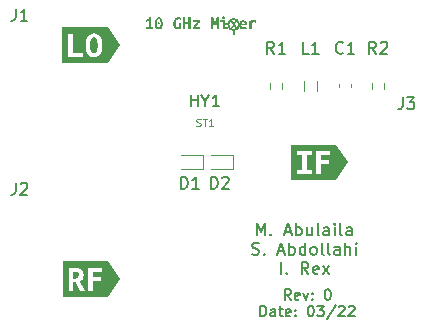
<source format=gbr>
%TF.GenerationSoftware,KiCad,Pcbnew,(6.0.4-0)*%
%TF.CreationDate,2022-03-26T13:16:04-05:00*%
%TF.ProjectId,EE515X_Project_No_Matching,45453531-3558-45f5-9072-6f6a6563745f,rev?*%
%TF.SameCoordinates,Original*%
%TF.FileFunction,Legend,Top*%
%TF.FilePolarity,Positive*%
%FSLAX46Y46*%
G04 Gerber Fmt 4.6, Leading zero omitted, Abs format (unit mm)*
G04 Created by KiCad (PCBNEW (6.0.4-0)) date 2022-03-26 13:16:04*
%MOMM*%
%LPD*%
G01*
G04 APERTURE LIST*
%ADD10C,0.150000*%
%ADD11C,0.203200*%
%ADD12C,0.095250*%
%ADD13C,0.120000*%
G04 APERTURE END LIST*
D10*
X98399600Y-93202373D02*
X98399600Y-93573600D01*
X98866573Y-92735400D02*
G75*
G03*
X98866573Y-92735400I-466973J0D01*
G01*
X97932627Y-92710000D02*
X97663000Y-92710000D01*
D11*
X100378380Y-110583859D02*
X100378380Y-109567859D01*
X100717047Y-110293573D01*
X101055714Y-109567859D01*
X101055714Y-110583859D01*
X101539523Y-110487097D02*
X101587904Y-110535478D01*
X101539523Y-110583859D01*
X101491142Y-110535478D01*
X101539523Y-110487097D01*
X101539523Y-110583859D01*
X102749047Y-110293573D02*
X103232857Y-110293573D01*
X102652285Y-110583859D02*
X102990952Y-109567859D01*
X103329619Y-110583859D01*
X103668285Y-110583859D02*
X103668285Y-109567859D01*
X103668285Y-109954906D02*
X103765047Y-109906525D01*
X103958571Y-109906525D01*
X104055333Y-109954906D01*
X104103714Y-110003287D01*
X104152095Y-110100049D01*
X104152095Y-110390335D01*
X104103714Y-110487097D01*
X104055333Y-110535478D01*
X103958571Y-110583859D01*
X103765047Y-110583859D01*
X103668285Y-110535478D01*
X105022952Y-109906525D02*
X105022952Y-110583859D01*
X104587523Y-109906525D02*
X104587523Y-110438716D01*
X104635904Y-110535478D01*
X104732666Y-110583859D01*
X104877809Y-110583859D01*
X104974571Y-110535478D01*
X105022952Y-110487097D01*
X105651904Y-110583859D02*
X105555142Y-110535478D01*
X105506761Y-110438716D01*
X105506761Y-109567859D01*
X106474380Y-110583859D02*
X106474380Y-110051668D01*
X106426000Y-109954906D01*
X106329238Y-109906525D01*
X106135714Y-109906525D01*
X106038952Y-109954906D01*
X106474380Y-110535478D02*
X106377619Y-110583859D01*
X106135714Y-110583859D01*
X106038952Y-110535478D01*
X105990571Y-110438716D01*
X105990571Y-110341954D01*
X106038952Y-110245192D01*
X106135714Y-110196811D01*
X106377619Y-110196811D01*
X106474380Y-110148430D01*
X106958190Y-110583859D02*
X106958190Y-109906525D01*
X106958190Y-109567859D02*
X106909809Y-109616240D01*
X106958190Y-109664620D01*
X107006571Y-109616240D01*
X106958190Y-109567859D01*
X106958190Y-109664620D01*
X107587142Y-110583859D02*
X107490380Y-110535478D01*
X107442000Y-110438716D01*
X107442000Y-109567859D01*
X108409619Y-110583859D02*
X108409619Y-110051668D01*
X108361238Y-109954906D01*
X108264476Y-109906525D01*
X108070952Y-109906525D01*
X107974190Y-109954906D01*
X108409619Y-110535478D02*
X108312857Y-110583859D01*
X108070952Y-110583859D01*
X107974190Y-110535478D01*
X107925809Y-110438716D01*
X107925809Y-110341954D01*
X107974190Y-110245192D01*
X108070952Y-110196811D01*
X108312857Y-110196811D01*
X108409619Y-110148430D01*
X99967142Y-112171238D02*
X100112285Y-112219619D01*
X100354190Y-112219619D01*
X100450952Y-112171238D01*
X100499333Y-112122857D01*
X100547714Y-112026095D01*
X100547714Y-111929333D01*
X100499333Y-111832571D01*
X100450952Y-111784190D01*
X100354190Y-111735809D01*
X100160666Y-111687428D01*
X100063904Y-111639047D01*
X100015523Y-111590666D01*
X99967142Y-111493904D01*
X99967142Y-111397142D01*
X100015523Y-111300380D01*
X100063904Y-111252000D01*
X100160666Y-111203619D01*
X100402571Y-111203619D01*
X100547714Y-111252000D01*
X100983142Y-112122857D02*
X101031523Y-112171238D01*
X100983142Y-112219619D01*
X100934761Y-112171238D01*
X100983142Y-112122857D01*
X100983142Y-112219619D01*
X102192666Y-111929333D02*
X102676476Y-111929333D01*
X102095904Y-112219619D02*
X102434571Y-111203619D01*
X102773238Y-112219619D01*
X103111904Y-112219619D02*
X103111904Y-111203619D01*
X103111904Y-111590666D02*
X103208666Y-111542285D01*
X103402190Y-111542285D01*
X103498952Y-111590666D01*
X103547333Y-111639047D01*
X103595714Y-111735809D01*
X103595714Y-112026095D01*
X103547333Y-112122857D01*
X103498952Y-112171238D01*
X103402190Y-112219619D01*
X103208666Y-112219619D01*
X103111904Y-112171238D01*
X104466571Y-112219619D02*
X104466571Y-111203619D01*
X104466571Y-112171238D02*
X104369809Y-112219619D01*
X104176285Y-112219619D01*
X104079523Y-112171238D01*
X104031142Y-112122857D01*
X103982761Y-112026095D01*
X103982761Y-111735809D01*
X104031142Y-111639047D01*
X104079523Y-111590666D01*
X104176285Y-111542285D01*
X104369809Y-111542285D01*
X104466571Y-111590666D01*
X105095523Y-112219619D02*
X104998761Y-112171238D01*
X104950380Y-112122857D01*
X104902000Y-112026095D01*
X104902000Y-111735809D01*
X104950380Y-111639047D01*
X104998761Y-111590666D01*
X105095523Y-111542285D01*
X105240666Y-111542285D01*
X105337428Y-111590666D01*
X105385809Y-111639047D01*
X105434190Y-111735809D01*
X105434190Y-112026095D01*
X105385809Y-112122857D01*
X105337428Y-112171238D01*
X105240666Y-112219619D01*
X105095523Y-112219619D01*
X106014761Y-112219619D02*
X105918000Y-112171238D01*
X105869619Y-112074476D01*
X105869619Y-111203619D01*
X106546952Y-112219619D02*
X106450190Y-112171238D01*
X106401809Y-112074476D01*
X106401809Y-111203619D01*
X107369428Y-112219619D02*
X107369428Y-111687428D01*
X107321047Y-111590666D01*
X107224285Y-111542285D01*
X107030761Y-111542285D01*
X106934000Y-111590666D01*
X107369428Y-112171238D02*
X107272666Y-112219619D01*
X107030761Y-112219619D01*
X106934000Y-112171238D01*
X106885619Y-112074476D01*
X106885619Y-111977714D01*
X106934000Y-111880952D01*
X107030761Y-111832571D01*
X107272666Y-111832571D01*
X107369428Y-111784190D01*
X107853238Y-112219619D02*
X107853238Y-111203619D01*
X108288666Y-112219619D02*
X108288666Y-111687428D01*
X108240285Y-111590666D01*
X108143523Y-111542285D01*
X107998380Y-111542285D01*
X107901619Y-111590666D01*
X107853238Y-111639047D01*
X108772476Y-112219619D02*
X108772476Y-111542285D01*
X108772476Y-111203619D02*
X108724095Y-111252000D01*
X108772476Y-111300380D01*
X108820857Y-111252000D01*
X108772476Y-111203619D01*
X108772476Y-111300380D01*
X102410380Y-113855379D02*
X102410380Y-112839379D01*
X102894190Y-113758617D02*
X102942571Y-113806998D01*
X102894190Y-113855379D01*
X102845809Y-113806998D01*
X102894190Y-113758617D01*
X102894190Y-113855379D01*
X104732666Y-113855379D02*
X104394000Y-113371569D01*
X104152095Y-113855379D02*
X104152095Y-112839379D01*
X104539142Y-112839379D01*
X104635904Y-112887760D01*
X104684285Y-112936140D01*
X104732666Y-113032902D01*
X104732666Y-113178045D01*
X104684285Y-113274807D01*
X104635904Y-113323188D01*
X104539142Y-113371569D01*
X104152095Y-113371569D01*
X105555142Y-113806998D02*
X105458380Y-113855379D01*
X105264857Y-113855379D01*
X105168095Y-113806998D01*
X105119714Y-113710236D01*
X105119714Y-113323188D01*
X105168095Y-113226426D01*
X105264857Y-113178045D01*
X105458380Y-113178045D01*
X105555142Y-113226426D01*
X105603523Y-113323188D01*
X105603523Y-113419950D01*
X105119714Y-113516712D01*
X105942190Y-113855379D02*
X106474380Y-113178045D01*
X105942190Y-113178045D02*
X106474380Y-113855379D01*
X103229833Y-116018521D02*
X102933500Y-115595188D01*
X102721833Y-116018521D02*
X102721833Y-115129521D01*
X103060500Y-115129521D01*
X103145166Y-115171855D01*
X103187500Y-115214188D01*
X103229833Y-115298855D01*
X103229833Y-115425855D01*
X103187500Y-115510521D01*
X103145166Y-115552855D01*
X103060500Y-115595188D01*
X102721833Y-115595188D01*
X103949500Y-115976188D02*
X103864833Y-116018521D01*
X103695500Y-116018521D01*
X103610833Y-115976188D01*
X103568500Y-115891521D01*
X103568500Y-115552855D01*
X103610833Y-115468188D01*
X103695500Y-115425855D01*
X103864833Y-115425855D01*
X103949500Y-115468188D01*
X103991833Y-115552855D01*
X103991833Y-115637521D01*
X103568500Y-115722188D01*
X104288166Y-115425855D02*
X104499833Y-116018521D01*
X104711500Y-115425855D01*
X105050166Y-115933855D02*
X105092500Y-115976188D01*
X105050166Y-116018521D01*
X105007833Y-115976188D01*
X105050166Y-115933855D01*
X105050166Y-116018521D01*
X105050166Y-115468188D02*
X105092500Y-115510521D01*
X105050166Y-115552855D01*
X105007833Y-115510521D01*
X105050166Y-115468188D01*
X105050166Y-115552855D01*
X106320166Y-115129521D02*
X106404833Y-115129521D01*
X106489500Y-115171855D01*
X106531833Y-115214188D01*
X106574166Y-115298855D01*
X106616500Y-115468188D01*
X106616500Y-115679855D01*
X106574166Y-115849188D01*
X106531833Y-115933855D01*
X106489500Y-115976188D01*
X106404833Y-116018521D01*
X106320166Y-116018521D01*
X106235500Y-115976188D01*
X106193166Y-115933855D01*
X106150833Y-115849188D01*
X106108500Y-115679855D01*
X106108500Y-115468188D01*
X106150833Y-115298855D01*
X106193166Y-115214188D01*
X106235500Y-115171855D01*
X106320166Y-115129521D01*
X100668666Y-117449811D02*
X100668666Y-116560811D01*
X100880333Y-116560811D01*
X101007333Y-116603145D01*
X101092000Y-116687811D01*
X101134333Y-116772478D01*
X101176666Y-116941811D01*
X101176666Y-117068811D01*
X101134333Y-117238145D01*
X101092000Y-117322811D01*
X101007333Y-117407478D01*
X100880333Y-117449811D01*
X100668666Y-117449811D01*
X101938666Y-117449811D02*
X101938666Y-116984145D01*
X101896333Y-116899478D01*
X101811666Y-116857145D01*
X101642333Y-116857145D01*
X101557666Y-116899478D01*
X101938666Y-117407478D02*
X101854000Y-117449811D01*
X101642333Y-117449811D01*
X101557666Y-117407478D01*
X101515333Y-117322811D01*
X101515333Y-117238145D01*
X101557666Y-117153478D01*
X101642333Y-117111145D01*
X101854000Y-117111145D01*
X101938666Y-117068811D01*
X102235000Y-116857145D02*
X102573666Y-116857145D01*
X102362000Y-116560811D02*
X102362000Y-117322811D01*
X102404333Y-117407478D01*
X102489000Y-117449811D01*
X102573666Y-117449811D01*
X103208666Y-117407478D02*
X103124000Y-117449811D01*
X102954666Y-117449811D01*
X102870000Y-117407478D01*
X102827666Y-117322811D01*
X102827666Y-116984145D01*
X102870000Y-116899478D01*
X102954666Y-116857145D01*
X103124000Y-116857145D01*
X103208666Y-116899478D01*
X103251000Y-116984145D01*
X103251000Y-117068811D01*
X102827666Y-117153478D01*
X103632000Y-117365145D02*
X103674333Y-117407478D01*
X103632000Y-117449811D01*
X103589666Y-117407478D01*
X103632000Y-117365145D01*
X103632000Y-117449811D01*
X103632000Y-116899478D02*
X103674333Y-116941811D01*
X103632000Y-116984145D01*
X103589666Y-116941811D01*
X103632000Y-116899478D01*
X103632000Y-116984145D01*
X104902000Y-116560811D02*
X104986666Y-116560811D01*
X105071333Y-116603145D01*
X105113666Y-116645478D01*
X105156000Y-116730145D01*
X105198333Y-116899478D01*
X105198333Y-117111145D01*
X105156000Y-117280478D01*
X105113666Y-117365145D01*
X105071333Y-117407478D01*
X104986666Y-117449811D01*
X104902000Y-117449811D01*
X104817333Y-117407478D01*
X104775000Y-117365145D01*
X104732666Y-117280478D01*
X104690333Y-117111145D01*
X104690333Y-116899478D01*
X104732666Y-116730145D01*
X104775000Y-116645478D01*
X104817333Y-116603145D01*
X104902000Y-116560811D01*
X105494666Y-116560811D02*
X106045000Y-116560811D01*
X105748666Y-116899478D01*
X105875666Y-116899478D01*
X105960333Y-116941811D01*
X106002666Y-116984145D01*
X106045000Y-117068811D01*
X106045000Y-117280478D01*
X106002666Y-117365145D01*
X105960333Y-117407478D01*
X105875666Y-117449811D01*
X105621666Y-117449811D01*
X105537000Y-117407478D01*
X105494666Y-117365145D01*
X107061000Y-116518478D02*
X106299000Y-117661478D01*
X107315000Y-116645478D02*
X107357333Y-116603145D01*
X107442000Y-116560811D01*
X107653666Y-116560811D01*
X107738333Y-116603145D01*
X107780666Y-116645478D01*
X107823000Y-116730145D01*
X107823000Y-116814811D01*
X107780666Y-116941811D01*
X107272666Y-117449811D01*
X107823000Y-117449811D01*
X108161666Y-116645478D02*
X108204000Y-116603145D01*
X108288666Y-116560811D01*
X108500333Y-116560811D01*
X108585000Y-116603145D01*
X108627333Y-116645478D01*
X108669666Y-116730145D01*
X108669666Y-116814811D01*
X108627333Y-116941811D01*
X108119333Y-117449811D01*
X108669666Y-117449811D01*
D10*
%TO.C,J2*%
X79930666Y-106132380D02*
X79930666Y-106846666D01*
X79883047Y-106989523D01*
X79787809Y-107084761D01*
X79644952Y-107132380D01*
X79549714Y-107132380D01*
X80359238Y-106227619D02*
X80406857Y-106180000D01*
X80502095Y-106132380D01*
X80740190Y-106132380D01*
X80835428Y-106180000D01*
X80883047Y-106227619D01*
X80930666Y-106322857D01*
X80930666Y-106418095D01*
X80883047Y-106560952D01*
X80311619Y-107132380D01*
X80930666Y-107132380D01*
%TO.C,J1*%
X79930666Y-91400380D02*
X79930666Y-92114666D01*
X79883047Y-92257523D01*
X79787809Y-92352761D01*
X79644952Y-92400380D01*
X79549714Y-92400380D01*
X80930666Y-92400380D02*
X80359238Y-92400380D01*
X80644952Y-92400380D02*
X80644952Y-91400380D01*
X80549714Y-91543238D01*
X80454476Y-91638476D01*
X80359238Y-91686095D01*
%TO.C,J3*%
X112696678Y-98893380D02*
X112696678Y-99607666D01*
X112649059Y-99750523D01*
X112553821Y-99845761D01*
X112410964Y-99893380D01*
X112315726Y-99893380D01*
X113077631Y-98893380D02*
X113696678Y-98893380D01*
X113363345Y-99274333D01*
X113506202Y-99274333D01*
X113601440Y-99321952D01*
X113649059Y-99369571D01*
X113696678Y-99464809D01*
X113696678Y-99702904D01*
X113649059Y-99798142D01*
X113601440Y-99845761D01*
X113506202Y-99893380D01*
X113220488Y-99893380D01*
X113125250Y-99845761D01*
X113077631Y-99798142D01*
D12*
%TO.C,ST1*%
X95235485Y-101298223D02*
X95326200Y-101328461D01*
X95477390Y-101328461D01*
X95537866Y-101298223D01*
X95568104Y-101267985D01*
X95598342Y-101207509D01*
X95598342Y-101147033D01*
X95568104Y-101086557D01*
X95537866Y-101056319D01*
X95477390Y-101026080D01*
X95356438Y-100995842D01*
X95295961Y-100965604D01*
X95265723Y-100935366D01*
X95235485Y-100874890D01*
X95235485Y-100814414D01*
X95265723Y-100753938D01*
X95295961Y-100723700D01*
X95356438Y-100693461D01*
X95507628Y-100693461D01*
X95598342Y-100723700D01*
X95779771Y-100693461D02*
X96142628Y-100693461D01*
X95961200Y-101328461D02*
X95961200Y-100693461D01*
X96686914Y-101328461D02*
X96324057Y-101328461D01*
X96505485Y-101328461D02*
X96505485Y-100693461D01*
X96445009Y-100784176D01*
X96384533Y-100844652D01*
X96324057Y-100874890D01*
D10*
%TO.C,C1*%
X107661001Y-95099142D02*
X107613382Y-95146761D01*
X107470525Y-95194380D01*
X107375287Y-95194380D01*
X107232429Y-95146761D01*
X107137191Y-95051523D01*
X107089572Y-94956285D01*
X107041953Y-94765809D01*
X107041953Y-94622952D01*
X107089572Y-94432476D01*
X107137191Y-94337238D01*
X107232429Y-94242000D01*
X107375287Y-94194380D01*
X107470525Y-94194380D01*
X107613382Y-94242000D01*
X107661001Y-94289619D01*
X108613382Y-95194380D02*
X108041953Y-95194380D01*
X108327668Y-95194380D02*
X108327668Y-94194380D01*
X108232429Y-94337238D01*
X108137191Y-94432476D01*
X108041953Y-94480095D01*
%TO.C,D2*%
X96480404Y-106624380D02*
X96480404Y-105624380D01*
X96718500Y-105624380D01*
X96861357Y-105672000D01*
X96956595Y-105767238D01*
X97004214Y-105862476D01*
X97051833Y-106052952D01*
X97051833Y-106195809D01*
X97004214Y-106386285D01*
X96956595Y-106481523D01*
X96861357Y-106576761D01*
X96718500Y-106624380D01*
X96480404Y-106624380D01*
X97432785Y-105719619D02*
X97480404Y-105672000D01*
X97575642Y-105624380D01*
X97813738Y-105624380D01*
X97908976Y-105672000D01*
X97956595Y-105719619D01*
X98004214Y-105814857D01*
X98004214Y-105910095D01*
X97956595Y-106052952D01*
X97385166Y-106624380D01*
X98004214Y-106624380D01*
%TO.C,HY1*%
X94770723Y-99664780D02*
X94770723Y-98664780D01*
X94770723Y-99140971D02*
X95342152Y-99140971D01*
X95342152Y-99664780D02*
X95342152Y-98664780D01*
X96008819Y-99188590D02*
X96008819Y-99664780D01*
X95675485Y-98664780D02*
X96008819Y-99188590D01*
X96342152Y-98664780D01*
X97199295Y-99664780D02*
X96627866Y-99664780D01*
X96913580Y-99664780D02*
X96913580Y-98664780D01*
X96818342Y-98807638D01*
X96723104Y-98902876D01*
X96627866Y-98950495D01*
%TO.C,R1*%
X101819001Y-95194380D02*
X101485668Y-94718190D01*
X101247572Y-95194380D02*
X101247572Y-94194380D01*
X101628525Y-94194380D01*
X101723763Y-94242000D01*
X101771382Y-94289619D01*
X101819001Y-94384857D01*
X101819001Y-94527714D01*
X101771382Y-94622952D01*
X101723763Y-94670571D01*
X101628525Y-94718190D01*
X101247572Y-94718190D01*
X102771382Y-95194380D02*
X102199953Y-95194380D01*
X102485668Y-95194380D02*
X102485668Y-94194380D01*
X102390429Y-94337238D01*
X102295191Y-94432476D01*
X102199953Y-94480095D01*
%TO.C,R2*%
X110455001Y-95194380D02*
X110121668Y-94718190D01*
X109883572Y-95194380D02*
X109883572Y-94194380D01*
X110264525Y-94194380D01*
X110359763Y-94242000D01*
X110407382Y-94289619D01*
X110455001Y-94384857D01*
X110455001Y-94527714D01*
X110407382Y-94622952D01*
X110359763Y-94670571D01*
X110264525Y-94718190D01*
X109883572Y-94718190D01*
X110835953Y-94289619D02*
X110883572Y-94242000D01*
X110978810Y-94194380D01*
X111216906Y-94194380D01*
X111312144Y-94242000D01*
X111359763Y-94289619D01*
X111407382Y-94384857D01*
X111407382Y-94480095D01*
X111359763Y-94622952D01*
X110788334Y-95194380D01*
X111407382Y-95194380D01*
%TO.C,D1*%
X93940404Y-106624380D02*
X93940404Y-105624380D01*
X94178500Y-105624380D01*
X94321357Y-105672000D01*
X94416595Y-105767238D01*
X94464214Y-105862476D01*
X94511833Y-106052952D01*
X94511833Y-106195809D01*
X94464214Y-106386285D01*
X94416595Y-106481523D01*
X94321357Y-106576761D01*
X94178500Y-106624380D01*
X93940404Y-106624380D01*
X95464214Y-106624380D02*
X94892785Y-106624380D01*
X95178500Y-106624380D02*
X95178500Y-105624380D01*
X95083261Y-105767238D01*
X94988023Y-105862476D01*
X94892785Y-105910095D01*
%TO.C,L1*%
X104740001Y-95194380D02*
X104263810Y-95194380D01*
X104263810Y-94194380D01*
X105597144Y-95194380D02*
X105025715Y-95194380D01*
X105311429Y-95194380D02*
X105311429Y-94194380D01*
X105216191Y-94337238D01*
X105120953Y-94432476D01*
X105025715Y-94480095D01*
%TO.C,kibuzzard-623945C3*%
G36*
X94304644Y-92520294D02*
G01*
X94564994Y-92520294D01*
X94564994Y-92132944D01*
X94760256Y-92132944D01*
X94760256Y-93115606D01*
X94564994Y-93115606D01*
X94564994Y-92682219D01*
X94304644Y-92682219D01*
X94304644Y-93115606D01*
X94109381Y-93115606D01*
X94109381Y-92132944D01*
X94304644Y-92132944D01*
X94304644Y-92520294D01*
G37*
G36*
X97671731Y-92831444D02*
G01*
X97696338Y-92930663D01*
X97778094Y-92963206D01*
X97843181Y-92956063D01*
X97928906Y-92926694D01*
X97954306Y-93083856D01*
X97840800Y-93122750D01*
X97743169Y-93133069D01*
X97673120Y-93127513D01*
X97615375Y-93110844D01*
X97532825Y-93046550D01*
X97489169Y-92944156D01*
X97479644Y-92879466D01*
X97476469Y-92806044D01*
X97476469Y-92531406D01*
X97270094Y-92531406D01*
X97270094Y-92369481D01*
X97671731Y-92369481D01*
X97671731Y-92831444D01*
G37*
G36*
X98879819Y-92575856D02*
G01*
X98914744Y-92507395D01*
X98959194Y-92451237D01*
X99011978Y-92407383D01*
X99071906Y-92375831D01*
X99136200Y-92356781D01*
X99202081Y-92350431D01*
X99303328Y-92361279D01*
X99386937Y-92393823D01*
X99452906Y-92448062D01*
X99500531Y-92523116D01*
X99529106Y-92618101D01*
X99538631Y-92733019D01*
X99537838Y-92772706D01*
X99535456Y-92806044D01*
X99051269Y-92806044D01*
X99066350Y-92871330D01*
X99111594Y-92921138D01*
X99180650Y-92952689D01*
X99267169Y-92963206D01*
X99379088Y-92950506D01*
X99468781Y-92925106D01*
X99495769Y-93091794D01*
X99387819Y-93121163D01*
X99259231Y-93133069D01*
X99168942Y-93126917D01*
X99088575Y-93108463D01*
X99018725Y-93077903D01*
X98959988Y-93035438D01*
X98912958Y-92981264D01*
X98878231Y-92915581D01*
X98856800Y-92838191D01*
X98849656Y-92748894D01*
X98856000Y-92671106D01*
X99051269Y-92671106D01*
X99349719Y-92671106D01*
X99341781Y-92613163D01*
X99316381Y-92563156D01*
X99271931Y-92527437D01*
X99205256Y-92513944D01*
X99139375Y-92526644D01*
X99093338Y-92561569D01*
X99064763Y-92612369D01*
X99051269Y-92671106D01*
X98856000Y-92671106D01*
X98857197Y-92656422D01*
X98879819Y-92575856D01*
G37*
G36*
X98409919Y-92602844D02*
G01*
X98562319Y-92369481D01*
X98760756Y-92369481D01*
X98519456Y-92728256D01*
X98594069Y-92825888D01*
X98663919Y-92929869D01*
X98724244Y-93029881D01*
X98770281Y-93115606D01*
X98567081Y-93115606D01*
X98524219Y-93039009D01*
X98481356Y-92971144D01*
X98439684Y-92910819D01*
X98400394Y-92856844D01*
X98355150Y-92919550D01*
X98314669Y-92980669D01*
X98276172Y-93044566D01*
X98236881Y-93115606D01*
X98038444Y-93115606D01*
X98093213Y-93022738D01*
X98158300Y-92924313D01*
X98229738Y-92825094D01*
X98301969Y-92731431D01*
X98040031Y-92369481D01*
X98244819Y-92369481D01*
X98409919Y-92602844D01*
G37*
G36*
X91396344Y-92953681D02*
G01*
X91591606Y-92953681D01*
X91591606Y-93115606D01*
X90994706Y-93115606D01*
X90994706Y-92953681D01*
X91201081Y-92953681D01*
X91201081Y-92404406D01*
X91099481Y-92460762D01*
X91002644Y-92499656D01*
X90939144Y-92337731D01*
X91021694Y-92301219D01*
X91110594Y-92252006D01*
X91194731Y-92194856D01*
X91262994Y-92132944D01*
X91396344Y-92132944D01*
X91396344Y-92953681D01*
G37*
G36*
X95507969Y-92512356D02*
G01*
X95444469Y-92587763D01*
X95401408Y-92640745D01*
X95354775Y-92699681D01*
X95306356Y-92762983D01*
X95257937Y-92829063D01*
X95212098Y-92893952D01*
X95171419Y-92953681D01*
X95523844Y-92953681D01*
X95523844Y-93115606D01*
X94938056Y-93115606D01*
X94938056Y-92996544D01*
X94976156Y-92935425D01*
X95017431Y-92872719D01*
X95060294Y-92809814D01*
X95103156Y-92748100D01*
X95145622Y-92688370D01*
X95187294Y-92631419D01*
X95261906Y-92531406D01*
X94953931Y-92531406D01*
X94953931Y-92369481D01*
X95507969Y-92369481D01*
X95507969Y-92512356D01*
G37*
G36*
X92117862Y-92531406D02*
G01*
X92142469Y-92606019D01*
X92117862Y-92679838D01*
X92055156Y-92710794D01*
X91990069Y-92679838D01*
X91966256Y-92606019D01*
X91990069Y-92531406D01*
X92055156Y-92499656D01*
X92117862Y-92531406D01*
G37*
G36*
X93814900Y-92119450D02*
G01*
X93893481Y-92139294D01*
X93948250Y-92163106D01*
X93980794Y-92182156D01*
X93929994Y-92337731D01*
X93844269Y-92298044D01*
X93739494Y-92280581D01*
X93622019Y-92305981D01*
X93543437Y-92376625D01*
X93498987Y-92484575D01*
X93488867Y-92550655D01*
X93485494Y-92623481D01*
X93491667Y-92730638D01*
X93510188Y-92817156D01*
X93541056Y-92883038D01*
X93609716Y-92945545D01*
X93704569Y-92966381D01*
X93742669Y-92964794D01*
X93780769Y-92960031D01*
X93780769Y-92601256D01*
X93976031Y-92601256D01*
X93976031Y-93091794D01*
X93867287Y-93120369D01*
X93785730Y-93132275D01*
X93688694Y-93136244D01*
X93601183Y-93128108D01*
X93522800Y-93103700D01*
X93454339Y-93063219D01*
X93396594Y-93006863D01*
X93350159Y-92934631D01*
X93315631Y-92846525D01*
X93294200Y-92742742D01*
X93287056Y-92623481D01*
X93295391Y-92505411D01*
X93320394Y-92402025D01*
X93359684Y-92313720D01*
X93410881Y-92240894D01*
X93473191Y-92183942D01*
X93545819Y-92143262D01*
X93626384Y-92118855D01*
X93712506Y-92110719D01*
X93814900Y-92119450D01*
G37*
G36*
X96702563Y-92218669D02*
G01*
X96738281Y-92331381D01*
X96776381Y-92453619D01*
X96812894Y-92567919D01*
X96852581Y-92446475D01*
X96892269Y-92325825D01*
X96927194Y-92217081D01*
X96955769Y-92132944D01*
X97117694Y-92132944D01*
X97128608Y-92259944D01*
X97139125Y-92383769D01*
X97148650Y-92505411D01*
X97156588Y-92625863D01*
X97163136Y-92746116D01*
X97168494Y-92867163D01*
X97172859Y-92989995D01*
X97176431Y-93115606D01*
X96997044Y-93115606D01*
X97006569Y-92352019D01*
X96885919Y-92767944D01*
X96743044Y-92767944D01*
X96627156Y-92352019D01*
X96635094Y-93115606D01*
X96455706Y-93115606D01*
X96460667Y-92992575D01*
X96466025Y-92864781D01*
X96471780Y-92735003D01*
X96477931Y-92606019D01*
X96484877Y-92479416D01*
X96493013Y-92356781D01*
X96502339Y-92240497D01*
X96512856Y-92132944D01*
X96674781Y-92132944D01*
X96702563Y-92218669D01*
G37*
G36*
X100131563Y-92356781D02*
G01*
X100194269Y-92362337D01*
X100261738Y-92371862D01*
X100322856Y-92386944D01*
X100287931Y-92567919D01*
X100242688Y-92558394D01*
X100189506Y-92549662D01*
X100137119Y-92544106D01*
X100094256Y-92542519D01*
X100013294Y-92546487D01*
X99932331Y-92561569D01*
X99932331Y-93115606D01*
X99735481Y-93115606D01*
X99735481Y-92418694D01*
X99814261Y-92392897D01*
X99895025Y-92372656D01*
X99983727Y-92359559D01*
X100086319Y-92355194D01*
X100131563Y-92356781D01*
G37*
G36*
X97627281Y-92063094D02*
G01*
X97663794Y-92155169D01*
X97627281Y-92245656D01*
X97539969Y-92278994D01*
X97453450Y-92245656D01*
X97417731Y-92155169D01*
X97453450Y-92063094D01*
X97539969Y-92029756D01*
X97627281Y-92063094D01*
G37*
G36*
X92373053Y-92848906D02*
G01*
X92345768Y-92937409D01*
X92307569Y-93009244D01*
X92240541Y-93079799D01*
X92155874Y-93122133D01*
X92053569Y-93136244D01*
X91951263Y-93122133D01*
X91866597Y-93079799D01*
X91799569Y-93009244D01*
X91761370Y-92937409D01*
X91734084Y-92848906D01*
X91717713Y-92743734D01*
X91712256Y-92621894D01*
X91888469Y-92621894D01*
X91893231Y-92726051D01*
X91907519Y-92812041D01*
X91931331Y-92879863D01*
X91983322Y-92945942D01*
X92053569Y-92967969D01*
X92124808Y-92945942D01*
X92176600Y-92879863D01*
X92199972Y-92812041D01*
X92213994Y-92726051D01*
X92218669Y-92621894D01*
X92213994Y-92518618D01*
X92199972Y-92433158D01*
X92176600Y-92365512D01*
X92124808Y-92299433D01*
X92053569Y-92277406D01*
X91983322Y-92299433D01*
X91931331Y-92365512D01*
X91907519Y-92433158D01*
X91893231Y-92518618D01*
X91888469Y-92621894D01*
X91712256Y-92621894D01*
X91717812Y-92501442D01*
X91734481Y-92397262D01*
X91762262Y-92309355D01*
X91801156Y-92237719D01*
X91868713Y-92167163D01*
X91952851Y-92124830D01*
X92053569Y-92110719D01*
X92155874Y-92124742D01*
X92240541Y-92166810D01*
X92307569Y-92236925D01*
X92345768Y-92308313D01*
X92373053Y-92396270D01*
X92389424Y-92500797D01*
X92394881Y-92621894D01*
X92389424Y-92743734D01*
X92373053Y-92848906D01*
G37*
D13*
%TO.C,C1*%
X107313000Y-98057580D02*
X107313000Y-97776420D01*
X108333000Y-98057580D02*
X108333000Y-97776420D01*
%TO.C,D2*%
X96518500Y-103794000D02*
X98368500Y-103794000D01*
X98368500Y-104994000D02*
X98368500Y-103794000D01*
X96518500Y-104994000D02*
X98368500Y-104994000D01*
%TO.C,kibuzzard-623F2807*%
G36*
X88784465Y-114300000D02*
G01*
X87780195Y-115806405D01*
X83935535Y-115806405D01*
X83935535Y-115293775D01*
X84448165Y-115293775D01*
X84838690Y-115293775D01*
X84838690Y-114569875D01*
X85041890Y-114569875D01*
X85149443Y-114749659D01*
X85249852Y-114927063D01*
X85340737Y-115106847D01*
X85419715Y-115293775D01*
X85829290Y-115293775D01*
X86064240Y-115293775D01*
X86454765Y-115293775D01*
X86454765Y-114452400D01*
X87165965Y-114452400D01*
X87165965Y-114128550D01*
X86454765Y-114128550D01*
X86454765Y-113652300D01*
X87267565Y-113652300D01*
X87267565Y-113328450D01*
X86064240Y-113328450D01*
X86064240Y-115293775D01*
X85829290Y-115293775D01*
X85738802Y-115085813D01*
X85629265Y-114866738D01*
X85511790Y-114657188D01*
X85397490Y-114474625D01*
X85536396Y-114384931D01*
X85629265Y-114261900D01*
X85681652Y-114114262D01*
X85699115Y-113950750D01*
X85686018Y-113796366D01*
X85646727Y-113663412D01*
X85495915Y-113461800D01*
X85387965Y-113392744D01*
X85260965Y-113344325D01*
X85116502Y-113315750D01*
X84956165Y-113306225D01*
X84845040Y-113309400D01*
X84711690Y-113317337D01*
X84573577Y-113333212D01*
X84448165Y-113357025D01*
X84448165Y-115293775D01*
X83935535Y-115293775D01*
X83935535Y-112793595D01*
X87780195Y-112793595D01*
X88784465Y-114300000D01*
G37*
G36*
X85096659Y-113664206D02*
G01*
X85206990Y-113718975D01*
X85278427Y-113812637D01*
X85302240Y-113947575D01*
X85213340Y-114168237D01*
X85096659Y-114226578D01*
X84924415Y-114246025D01*
X84838690Y-114246025D01*
X84838690Y-113655475D01*
X84902190Y-113647537D01*
X84956165Y-113645950D01*
X85096659Y-113664206D01*
G37*
%TO.C,kibuzzard-62394568*%
G36*
X108084761Y-104394000D02*
G01*
X107087899Y-105889293D01*
X103243239Y-105889293D01*
X103243239Y-103735187D01*
X103755869Y-103735187D01*
X104184494Y-103735187D01*
X104184494Y-105052813D01*
X103755869Y-105052813D01*
X103755869Y-105376663D01*
X105003644Y-105376663D01*
X105371944Y-105376663D01*
X105762469Y-105376663D01*
X105762469Y-104535288D01*
X106473669Y-104535288D01*
X106473669Y-104211437D01*
X105762469Y-104211437D01*
X105762469Y-103735187D01*
X106575269Y-103735187D01*
X106575269Y-103411337D01*
X105371944Y-103411337D01*
X105371944Y-105376663D01*
X105003644Y-105376663D01*
X105003644Y-105052813D01*
X104578194Y-105052813D01*
X104578194Y-103735187D01*
X105003644Y-103735187D01*
X105003644Y-103411337D01*
X103755869Y-103411337D01*
X103755869Y-103735187D01*
X103243239Y-103735187D01*
X103243239Y-102898707D01*
X107087899Y-102898707D01*
X108084761Y-104394000D01*
G37*
%TO.C,R1*%
X102508168Y-97679742D02*
X102508168Y-98154258D01*
X101463168Y-97679742D02*
X101463168Y-98154258D01*
%TO.C,R2*%
X110099168Y-97679742D02*
X110099168Y-98154258D01*
X111144168Y-97679742D02*
X111144168Y-98154258D01*
%TO.C,D1*%
X93978500Y-104994000D02*
X95828500Y-104994000D01*
X93978500Y-103794000D02*
X95828500Y-103794000D01*
X95828500Y-104994000D02*
X95828500Y-103794000D01*
%TO.C,L1*%
X105464334Y-97517378D02*
X105464334Y-98316622D01*
X104344334Y-97517378D02*
X104344334Y-98316622D01*
%TO.C,kibuzzard-623F27F5*%
G36*
X86733107Y-93856175D02*
G01*
X86826769Y-94002225D01*
X86871219Y-94219712D01*
X86879553Y-94349491D01*
X86882332Y-94488000D01*
X86879553Y-94626113D01*
X86871219Y-94754700D01*
X86826769Y-94972188D01*
X86731519Y-95119825D01*
X86571182Y-95173800D01*
X86409257Y-95119825D01*
X86315594Y-94973775D01*
X86271144Y-94756288D01*
X86262810Y-94626509D01*
X86260032Y-94488000D01*
X86262810Y-94349887D01*
X86271144Y-94221300D01*
X86315594Y-94003812D01*
X86409257Y-93856175D01*
X86571182Y-93802200D01*
X86733107Y-93856175D01*
G37*
G36*
X88817274Y-94488000D02*
G01*
X87791837Y-96026155D01*
X83902726Y-96026155D01*
X83902726Y-95472250D01*
X84415357Y-95472250D01*
X85650432Y-95472250D01*
X85650432Y-95148400D01*
X84809057Y-95148400D01*
X84809057Y-94488000D01*
X85863157Y-94488000D01*
X85874567Y-94726423D01*
X85908797Y-94933691D01*
X85965848Y-95109804D01*
X86045719Y-95254763D01*
X86185595Y-95398519D01*
X86361808Y-95484774D01*
X86574357Y-95513525D01*
X86781790Y-95484774D01*
X86955357Y-95398519D01*
X87095057Y-95254763D01*
X87175622Y-95109804D01*
X87233169Y-94933691D01*
X87267697Y-94726423D01*
X87279207Y-94488000D01*
X87267896Y-94249577D01*
X87233963Y-94042309D01*
X87177408Y-93866196D01*
X87098232Y-93721237D01*
X86959237Y-93577481D01*
X86783554Y-93491226D01*
X86571182Y-93462475D01*
X86365159Y-93491226D01*
X86191593Y-93577481D01*
X86050482Y-93721237D01*
X85968527Y-93866196D01*
X85909988Y-94042309D01*
X85874864Y-94249577D01*
X85863157Y-94488000D01*
X84809057Y-94488000D01*
X84809057Y-93506925D01*
X84415357Y-93506925D01*
X84415357Y-95472250D01*
X83902726Y-95472250D01*
X83902726Y-92949845D01*
X87791837Y-92949845D01*
X88817274Y-94488000D01*
G37*
%TD*%
M02*

</source>
